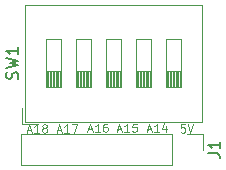
<source format=gbr>
%TF.GenerationSoftware,KiCad,Pcbnew,(5.1.9)-1*%
%TF.CreationDate,2021-08-14T07:38:25+02:00*%
%TF.ProjectId,DipswitchPlate,44697073-7769-4746-9368-506c6174652e,rev?*%
%TF.SameCoordinates,Original*%
%TF.FileFunction,Legend,Top*%
%TF.FilePolarity,Positive*%
%FSLAX46Y46*%
G04 Gerber Fmt 4.6, Leading zero omitted, Abs format (unit mm)*
G04 Created by KiCad (PCBNEW (5.1.9)-1) date 2021-08-14 07:38:25*
%MOMM*%
%LPD*%
G01*
G04 APERTURE LIST*
%ADD10C,0.100000*%
%ADD11C,0.120000*%
%ADD12C,0.150000*%
%ADD13O,1.600000X1.600000*%
%ADD14R,1.600000X1.600000*%
%ADD15O,1.700000X1.700000*%
%ADD16R,1.700000X1.700000*%
G04 APERTURE END LIST*
D10*
X72960166Y-56299666D02*
X73293500Y-56299666D01*
X72893500Y-56499666D02*
X73126833Y-55799666D01*
X73360166Y-56499666D01*
X73960166Y-56499666D02*
X73560166Y-56499666D01*
X73760166Y-56499666D02*
X73760166Y-55799666D01*
X73693500Y-55899666D01*
X73626833Y-55966333D01*
X73560166Y-55999666D01*
X74560166Y-55799666D02*
X74426833Y-55799666D01*
X74360166Y-55833000D01*
X74326833Y-55866333D01*
X74260166Y-55966333D01*
X74226833Y-56099666D01*
X74226833Y-56366333D01*
X74260166Y-56433000D01*
X74293500Y-56466333D01*
X74360166Y-56499666D01*
X74493500Y-56499666D01*
X74560166Y-56466333D01*
X74593500Y-56433000D01*
X74626833Y-56366333D01*
X74626833Y-56199666D01*
X74593500Y-56133000D01*
X74560166Y-56099666D01*
X74493500Y-56066333D01*
X74360166Y-56066333D01*
X74293500Y-56099666D01*
X74260166Y-56133000D01*
X74226833Y-56199666D01*
X75436666Y-56299666D02*
X75770000Y-56299666D01*
X75370000Y-56499666D02*
X75603333Y-55799666D01*
X75836666Y-56499666D01*
X76436666Y-56499666D02*
X76036666Y-56499666D01*
X76236666Y-56499666D02*
X76236666Y-55799666D01*
X76170000Y-55899666D01*
X76103333Y-55966333D01*
X76036666Y-55999666D01*
X77070000Y-55799666D02*
X76736666Y-55799666D01*
X76703333Y-56133000D01*
X76736666Y-56099666D01*
X76803333Y-56066333D01*
X76970000Y-56066333D01*
X77036666Y-56099666D01*
X77070000Y-56133000D01*
X77103333Y-56199666D01*
X77103333Y-56366333D01*
X77070000Y-56433000D01*
X77036666Y-56466333D01*
X76970000Y-56499666D01*
X76803333Y-56499666D01*
X76736666Y-56466333D01*
X76703333Y-56433000D01*
X67816666Y-56363166D02*
X68150000Y-56363166D01*
X67750000Y-56563166D02*
X67983333Y-55863166D01*
X68216666Y-56563166D01*
X68816666Y-56563166D02*
X68416666Y-56563166D01*
X68616666Y-56563166D02*
X68616666Y-55863166D01*
X68550000Y-55963166D01*
X68483333Y-56029833D01*
X68416666Y-56063166D01*
X69216666Y-56163166D02*
X69150000Y-56129833D01*
X69116666Y-56096500D01*
X69083333Y-56029833D01*
X69083333Y-55996500D01*
X69116666Y-55929833D01*
X69150000Y-55896500D01*
X69216666Y-55863166D01*
X69350000Y-55863166D01*
X69416666Y-55896500D01*
X69450000Y-55929833D01*
X69483333Y-55996500D01*
X69483333Y-56029833D01*
X69450000Y-56096500D01*
X69416666Y-56129833D01*
X69350000Y-56163166D01*
X69216666Y-56163166D01*
X69150000Y-56196500D01*
X69116666Y-56229833D01*
X69083333Y-56296500D01*
X69083333Y-56429833D01*
X69116666Y-56496500D01*
X69150000Y-56529833D01*
X69216666Y-56563166D01*
X69350000Y-56563166D01*
X69416666Y-56529833D01*
X69450000Y-56496500D01*
X69483333Y-56429833D01*
X69483333Y-56296500D01*
X69450000Y-56229833D01*
X69416666Y-56196500D01*
X69350000Y-56163166D01*
X81153166Y-55863166D02*
X80819833Y-55863166D01*
X80786500Y-56196500D01*
X80819833Y-56163166D01*
X80886500Y-56129833D01*
X81053166Y-56129833D01*
X81119833Y-56163166D01*
X81153166Y-56196500D01*
X81186500Y-56263166D01*
X81186500Y-56429833D01*
X81153166Y-56496500D01*
X81119833Y-56529833D01*
X81053166Y-56563166D01*
X80886500Y-56563166D01*
X80819833Y-56529833D01*
X80786500Y-56496500D01*
X81386500Y-55863166D02*
X81619833Y-56563166D01*
X81853166Y-55863166D01*
X77976666Y-56299666D02*
X78310000Y-56299666D01*
X77910000Y-56499666D02*
X78143333Y-55799666D01*
X78376666Y-56499666D01*
X78976666Y-56499666D02*
X78576666Y-56499666D01*
X78776666Y-56499666D02*
X78776666Y-55799666D01*
X78710000Y-55899666D01*
X78643333Y-55966333D01*
X78576666Y-55999666D01*
X79576666Y-56033000D02*
X79576666Y-56499666D01*
X79410000Y-55766333D02*
X79243333Y-56266333D01*
X79676666Y-56266333D01*
X70356666Y-56363166D02*
X70690000Y-56363166D01*
X70290000Y-56563166D02*
X70523333Y-55863166D01*
X70756666Y-56563166D01*
X71356666Y-56563166D02*
X70956666Y-56563166D01*
X71156666Y-56563166D02*
X71156666Y-55863166D01*
X71090000Y-55963166D01*
X71023333Y-56029833D01*
X70956666Y-56063166D01*
X71590000Y-55863166D02*
X72056666Y-55863166D01*
X71756666Y-56563166D01*
D11*
%TO.C,SW1*%
X67580000Y-55640000D02*
X67580000Y-45740000D01*
X82580000Y-55640000D02*
X82580000Y-45740000D01*
X67580000Y-55640000D02*
X82580000Y-55640000D01*
X67580000Y-45740000D02*
X82580000Y-45740000D01*
X67340000Y-55880000D02*
X67340000Y-54496000D01*
X67340000Y-55880000D02*
X68723000Y-55880000D01*
X69365000Y-52720000D02*
X70635000Y-52720000D01*
X70635000Y-52720000D02*
X70635000Y-48660000D01*
X70635000Y-48660000D02*
X69365000Y-48660000D01*
X69365000Y-48660000D02*
X69365000Y-52720000D01*
X69485000Y-52720000D02*
X69485000Y-51366667D01*
X69605000Y-52720000D02*
X69605000Y-51366667D01*
X69725000Y-52720000D02*
X69725000Y-51366667D01*
X69845000Y-52720000D02*
X69845000Y-51366667D01*
X69965000Y-52720000D02*
X69965000Y-51366667D01*
X70085000Y-52720000D02*
X70085000Y-51366667D01*
X70205000Y-52720000D02*
X70205000Y-51366667D01*
X70325000Y-52720000D02*
X70325000Y-51366667D01*
X70445000Y-52720000D02*
X70445000Y-51366667D01*
X70565000Y-52720000D02*
X70565000Y-51366667D01*
X69365000Y-51366667D02*
X70635000Y-51366667D01*
X71905000Y-52720000D02*
X73175000Y-52720000D01*
X73175000Y-52720000D02*
X73175000Y-48660000D01*
X73175000Y-48660000D02*
X71905000Y-48660000D01*
X71905000Y-48660000D02*
X71905000Y-52720000D01*
X72025000Y-52720000D02*
X72025000Y-51366667D01*
X72145000Y-52720000D02*
X72145000Y-51366667D01*
X72265000Y-52720000D02*
X72265000Y-51366667D01*
X72385000Y-52720000D02*
X72385000Y-51366667D01*
X72505000Y-52720000D02*
X72505000Y-51366667D01*
X72625000Y-52720000D02*
X72625000Y-51366667D01*
X72745000Y-52720000D02*
X72745000Y-51366667D01*
X72865000Y-52720000D02*
X72865000Y-51366667D01*
X72985000Y-52720000D02*
X72985000Y-51366667D01*
X73105000Y-52720000D02*
X73105000Y-51366667D01*
X71905000Y-51366667D02*
X73175000Y-51366667D01*
X74445000Y-52720000D02*
X75715000Y-52720000D01*
X75715000Y-52720000D02*
X75715000Y-48660000D01*
X75715000Y-48660000D02*
X74445000Y-48660000D01*
X74445000Y-48660000D02*
X74445000Y-52720000D01*
X74565000Y-52720000D02*
X74565000Y-51366667D01*
X74685000Y-52720000D02*
X74685000Y-51366667D01*
X74805000Y-52720000D02*
X74805000Y-51366667D01*
X74925000Y-52720000D02*
X74925000Y-51366667D01*
X75045000Y-52720000D02*
X75045000Y-51366667D01*
X75165000Y-52720000D02*
X75165000Y-51366667D01*
X75285000Y-52720000D02*
X75285000Y-51366667D01*
X75405000Y-52720000D02*
X75405000Y-51366667D01*
X75525000Y-52720000D02*
X75525000Y-51366667D01*
X75645000Y-52720000D02*
X75645000Y-51366667D01*
X74445000Y-51366667D02*
X75715000Y-51366667D01*
X76985000Y-52720000D02*
X78255000Y-52720000D01*
X78255000Y-52720000D02*
X78255000Y-48660000D01*
X78255000Y-48660000D02*
X76985000Y-48660000D01*
X76985000Y-48660000D02*
X76985000Y-52720000D01*
X77105000Y-52720000D02*
X77105000Y-51366667D01*
X77225000Y-52720000D02*
X77225000Y-51366667D01*
X77345000Y-52720000D02*
X77345000Y-51366667D01*
X77465000Y-52720000D02*
X77465000Y-51366667D01*
X77585000Y-52720000D02*
X77585000Y-51366667D01*
X77705000Y-52720000D02*
X77705000Y-51366667D01*
X77825000Y-52720000D02*
X77825000Y-51366667D01*
X77945000Y-52720000D02*
X77945000Y-51366667D01*
X78065000Y-52720000D02*
X78065000Y-51366667D01*
X78185000Y-52720000D02*
X78185000Y-51366667D01*
X76985000Y-51366667D02*
X78255000Y-51366667D01*
X79525000Y-52720000D02*
X80795000Y-52720000D01*
X80795000Y-52720000D02*
X80795000Y-48660000D01*
X80795000Y-48660000D02*
X79525000Y-48660000D01*
X79525000Y-48660000D02*
X79525000Y-52720000D01*
X79645000Y-52720000D02*
X79645000Y-51366667D01*
X79765000Y-52720000D02*
X79765000Y-51366667D01*
X79885000Y-52720000D02*
X79885000Y-51366667D01*
X80005000Y-52720000D02*
X80005000Y-51366667D01*
X80125000Y-52720000D02*
X80125000Y-51366667D01*
X80245000Y-52720000D02*
X80245000Y-51366667D01*
X80365000Y-52720000D02*
X80365000Y-51366667D01*
X80485000Y-52720000D02*
X80485000Y-51366667D01*
X80605000Y-52720000D02*
X80605000Y-51366667D01*
X80725000Y-52720000D02*
X80725000Y-51366667D01*
X79525000Y-51366667D02*
X80795000Y-51366667D01*
%TO.C,J1*%
X67320000Y-56670000D02*
X67320000Y-59330000D01*
X80080000Y-56670000D02*
X67320000Y-56670000D01*
X80080000Y-59330000D02*
X67320000Y-59330000D01*
X80080000Y-56670000D02*
X80080000Y-59330000D01*
X81350000Y-56670000D02*
X82680000Y-56670000D01*
X82680000Y-56670000D02*
X82680000Y-58000000D01*
%TO.C,SW1*%
D12*
X66984761Y-52023333D02*
X67032380Y-51880476D01*
X67032380Y-51642380D01*
X66984761Y-51547142D01*
X66937142Y-51499523D01*
X66841904Y-51451904D01*
X66746666Y-51451904D01*
X66651428Y-51499523D01*
X66603809Y-51547142D01*
X66556190Y-51642380D01*
X66508571Y-51832857D01*
X66460952Y-51928095D01*
X66413333Y-51975714D01*
X66318095Y-52023333D01*
X66222857Y-52023333D01*
X66127619Y-51975714D01*
X66080000Y-51928095D01*
X66032380Y-51832857D01*
X66032380Y-51594761D01*
X66080000Y-51451904D01*
X66032380Y-51118571D02*
X67032380Y-50880476D01*
X66318095Y-50690000D01*
X67032380Y-50499523D01*
X66032380Y-50261428D01*
X67032380Y-49356666D02*
X67032380Y-49928095D01*
X67032380Y-49642380D02*
X66032380Y-49642380D01*
X66175238Y-49737619D01*
X66270476Y-49832857D01*
X66318095Y-49928095D01*
%TO.C,J1*%
X83132380Y-58333333D02*
X83846666Y-58333333D01*
X83989523Y-58380952D01*
X84084761Y-58476190D01*
X84132380Y-58619047D01*
X84132380Y-58714285D01*
X84132380Y-57333333D02*
X84132380Y-57904761D01*
X84132380Y-57619047D02*
X83132380Y-57619047D01*
X83275238Y-57714285D01*
X83370476Y-57809523D01*
X83418095Y-57904761D01*
%TD*%
%LPC*%
D13*
%TO.C,SW1*%
X70000000Y-46880000D03*
X80160000Y-54500000D03*
X72540000Y-46880000D03*
X77620000Y-54500000D03*
X75080000Y-46880000D03*
X75080000Y-54500000D03*
X77620000Y-46880000D03*
X72540000Y-54500000D03*
X80160000Y-46880000D03*
D14*
X70000000Y-54500000D03*
%TD*%
D15*
%TO.C,J1*%
X68650000Y-58000000D03*
X71190000Y-58000000D03*
X73730000Y-58000000D03*
X76270000Y-58000000D03*
X78810000Y-58000000D03*
D16*
X81350000Y-58000000D03*
%TD*%
M02*

</source>
